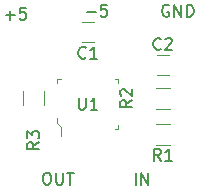
<source format=gto>
G04 #@! TF.GenerationSoftware,KiCad,Pcbnew,(5.1.5)-3*
G04 #@! TF.CreationDate,2020-06-08T15:14:45-04:00*
G04 #@! TF.ProjectId,Vextrex Buzz Fix,56657874-7265-4782-9042-757a7a204669,rev?*
G04 #@! TF.SameCoordinates,Original*
G04 #@! TF.FileFunction,Legend,Top*
G04 #@! TF.FilePolarity,Positive*
%FSLAX46Y46*%
G04 Gerber Fmt 4.6, Leading zero omitted, Abs format (unit mm)*
G04 Created by KiCad (PCBNEW (5.1.5)-3) date 2020-06-08 15:14:45*
%MOMM*%
%LPD*%
G04 APERTURE LIST*
%ADD10C,0.120000*%
%ADD11C,0.100000*%
%ADD12C,0.150000*%
G04 APERTURE END LIST*
D10*
X149090000Y-98464000D02*
X148090000Y-98464000D01*
X148090000Y-100164000D02*
X149090000Y-100164000D01*
X155440000Y-101258000D02*
X154440000Y-101258000D01*
X154440000Y-102958000D02*
X155440000Y-102958000D01*
X155540000Y-108830000D02*
X154340000Y-108830000D01*
X154340000Y-107070000D02*
X155540000Y-107070000D01*
X155540000Y-105782000D02*
X154340000Y-105782000D01*
X154340000Y-104022000D02*
X155540000Y-104022000D01*
X144898000Y-104302000D02*
X144898000Y-105502000D01*
X143138000Y-105502000D02*
X143138000Y-104302000D01*
D11*
X145990000Y-106610000D02*
X145990000Y-107010000D01*
X145990000Y-107010000D02*
X146290000Y-107310000D01*
X146290000Y-107310000D02*
X146290000Y-108110000D01*
X150890000Y-107510000D02*
X151190000Y-107510000D01*
X151190000Y-107510000D02*
X151190000Y-107210000D01*
X146290000Y-103310000D02*
X145990000Y-103310000D01*
X145990000Y-103310000D02*
X145990000Y-103610000D01*
X150890000Y-103310000D02*
X151190000Y-103310000D01*
X151190000Y-103310000D02*
X151190000Y-103610000D01*
D12*
X148423333Y-101449142D02*
X148375714Y-101496761D01*
X148232857Y-101544380D01*
X148137619Y-101544380D01*
X147994761Y-101496761D01*
X147899523Y-101401523D01*
X147851904Y-101306285D01*
X147804285Y-101115809D01*
X147804285Y-100972952D01*
X147851904Y-100782476D01*
X147899523Y-100687238D01*
X147994761Y-100592000D01*
X148137619Y-100544380D01*
X148232857Y-100544380D01*
X148375714Y-100592000D01*
X148423333Y-100639619D01*
X149375714Y-101544380D02*
X148804285Y-101544380D01*
X149090000Y-101544380D02*
X149090000Y-100544380D01*
X148994761Y-100687238D01*
X148899523Y-100782476D01*
X148804285Y-100830095D01*
X154773333Y-100715142D02*
X154725714Y-100762761D01*
X154582857Y-100810380D01*
X154487619Y-100810380D01*
X154344761Y-100762761D01*
X154249523Y-100667523D01*
X154201904Y-100572285D01*
X154154285Y-100381809D01*
X154154285Y-100238952D01*
X154201904Y-100048476D01*
X154249523Y-99953238D01*
X154344761Y-99858000D01*
X154487619Y-99810380D01*
X154582857Y-99810380D01*
X154725714Y-99858000D01*
X154773333Y-99905619D01*
X155154285Y-99905619D02*
X155201904Y-99858000D01*
X155297142Y-99810380D01*
X155535238Y-99810380D01*
X155630476Y-99858000D01*
X155678095Y-99905619D01*
X155725714Y-100000857D01*
X155725714Y-100096095D01*
X155678095Y-100238952D01*
X155106666Y-100810380D01*
X155725714Y-100810380D01*
X154773333Y-110180380D02*
X154440000Y-109704190D01*
X154201904Y-110180380D02*
X154201904Y-109180380D01*
X154582857Y-109180380D01*
X154678095Y-109228000D01*
X154725714Y-109275619D01*
X154773333Y-109370857D01*
X154773333Y-109513714D01*
X154725714Y-109608952D01*
X154678095Y-109656571D01*
X154582857Y-109704190D01*
X154201904Y-109704190D01*
X155725714Y-110180380D02*
X155154285Y-110180380D01*
X155440000Y-110180380D02*
X155440000Y-109180380D01*
X155344761Y-109323238D01*
X155249523Y-109418476D01*
X155154285Y-109466095D01*
X152344380Y-105068666D02*
X151868190Y-105402000D01*
X152344380Y-105640095D02*
X151344380Y-105640095D01*
X151344380Y-105259142D01*
X151392000Y-105163904D01*
X151439619Y-105116285D01*
X151534857Y-105068666D01*
X151677714Y-105068666D01*
X151772952Y-105116285D01*
X151820571Y-105163904D01*
X151868190Y-105259142D01*
X151868190Y-105640095D01*
X151439619Y-104687714D02*
X151392000Y-104640095D01*
X151344380Y-104544857D01*
X151344380Y-104306761D01*
X151392000Y-104211523D01*
X151439619Y-104163904D01*
X151534857Y-104116285D01*
X151630095Y-104116285D01*
X151772952Y-104163904D01*
X152344380Y-104735333D01*
X152344380Y-104116285D01*
X144470380Y-108624666D02*
X143994190Y-108958000D01*
X144470380Y-109196095D02*
X143470380Y-109196095D01*
X143470380Y-108815142D01*
X143518000Y-108719904D01*
X143565619Y-108672285D01*
X143660857Y-108624666D01*
X143803714Y-108624666D01*
X143898952Y-108672285D01*
X143946571Y-108719904D01*
X143994190Y-108815142D01*
X143994190Y-109196095D01*
X143470380Y-108291333D02*
X143470380Y-107672285D01*
X143851333Y-108005619D01*
X143851333Y-107862761D01*
X143898952Y-107767523D01*
X143946571Y-107719904D01*
X144041809Y-107672285D01*
X144279904Y-107672285D01*
X144375142Y-107719904D01*
X144422761Y-107767523D01*
X144470380Y-107862761D01*
X144470380Y-108148476D01*
X144422761Y-108243714D01*
X144375142Y-108291333D01*
X147828095Y-104862380D02*
X147828095Y-105671904D01*
X147875714Y-105767142D01*
X147923333Y-105814761D01*
X148018571Y-105862380D01*
X148209047Y-105862380D01*
X148304285Y-105814761D01*
X148351904Y-105767142D01*
X148399523Y-105671904D01*
X148399523Y-104862380D01*
X149399523Y-105862380D02*
X148828095Y-105862380D01*
X149113809Y-105862380D02*
X149113809Y-104862380D01*
X149018571Y-105005238D01*
X148923333Y-105100476D01*
X148828095Y-105148095D01*
X152638190Y-112212380D02*
X152638190Y-111212380D01*
X153114380Y-112212380D02*
X153114380Y-111212380D01*
X153685809Y-112212380D01*
X153685809Y-111212380D01*
X145050000Y-111212380D02*
X145240476Y-111212380D01*
X145335714Y-111260000D01*
X145430952Y-111355238D01*
X145478571Y-111545714D01*
X145478571Y-111879047D01*
X145430952Y-112069523D01*
X145335714Y-112164761D01*
X145240476Y-112212380D01*
X145050000Y-112212380D01*
X144954761Y-112164761D01*
X144859523Y-112069523D01*
X144811904Y-111879047D01*
X144811904Y-111545714D01*
X144859523Y-111355238D01*
X144954761Y-111260000D01*
X145050000Y-111212380D01*
X145907142Y-111212380D02*
X145907142Y-112021904D01*
X145954761Y-112117142D01*
X146002380Y-112164761D01*
X146097619Y-112212380D01*
X146288095Y-112212380D01*
X146383333Y-112164761D01*
X146430952Y-112117142D01*
X146478571Y-112021904D01*
X146478571Y-111212380D01*
X146811904Y-111212380D02*
X147383333Y-111212380D01*
X147097619Y-112212380D02*
X147097619Y-111212380D01*
X141636857Y-97861428D02*
X142398761Y-97861428D01*
X142017809Y-98242380D02*
X142017809Y-97480476D01*
X143351142Y-97242380D02*
X142874952Y-97242380D01*
X142827333Y-97718571D01*
X142874952Y-97670952D01*
X142970190Y-97623333D01*
X143208285Y-97623333D01*
X143303523Y-97670952D01*
X143351142Y-97718571D01*
X143398761Y-97813809D01*
X143398761Y-98051904D01*
X143351142Y-98147142D01*
X143303523Y-98194761D01*
X143208285Y-98242380D01*
X142970190Y-98242380D01*
X142874952Y-98194761D01*
X142827333Y-98147142D01*
X148494857Y-97607428D02*
X149256761Y-97607428D01*
X150209142Y-96988380D02*
X149732952Y-96988380D01*
X149685333Y-97464571D01*
X149732952Y-97416952D01*
X149828190Y-97369333D01*
X150066285Y-97369333D01*
X150161523Y-97416952D01*
X150209142Y-97464571D01*
X150256761Y-97559809D01*
X150256761Y-97797904D01*
X150209142Y-97893142D01*
X150161523Y-97940761D01*
X150066285Y-97988380D01*
X149828190Y-97988380D01*
X149732952Y-97940761D01*
X149685333Y-97893142D01*
X155448095Y-97036000D02*
X155352857Y-96988380D01*
X155210000Y-96988380D01*
X155067142Y-97036000D01*
X154971904Y-97131238D01*
X154924285Y-97226476D01*
X154876666Y-97416952D01*
X154876666Y-97559809D01*
X154924285Y-97750285D01*
X154971904Y-97845523D01*
X155067142Y-97940761D01*
X155210000Y-97988380D01*
X155305238Y-97988380D01*
X155448095Y-97940761D01*
X155495714Y-97893142D01*
X155495714Y-97559809D01*
X155305238Y-97559809D01*
X155924285Y-97988380D02*
X155924285Y-96988380D01*
X156495714Y-97988380D01*
X156495714Y-96988380D01*
X156971904Y-97988380D02*
X156971904Y-96988380D01*
X157210000Y-96988380D01*
X157352857Y-97036000D01*
X157448095Y-97131238D01*
X157495714Y-97226476D01*
X157543333Y-97416952D01*
X157543333Y-97559809D01*
X157495714Y-97750285D01*
X157448095Y-97845523D01*
X157352857Y-97940761D01*
X157210000Y-97988380D01*
X156971904Y-97988380D01*
M02*

</source>
